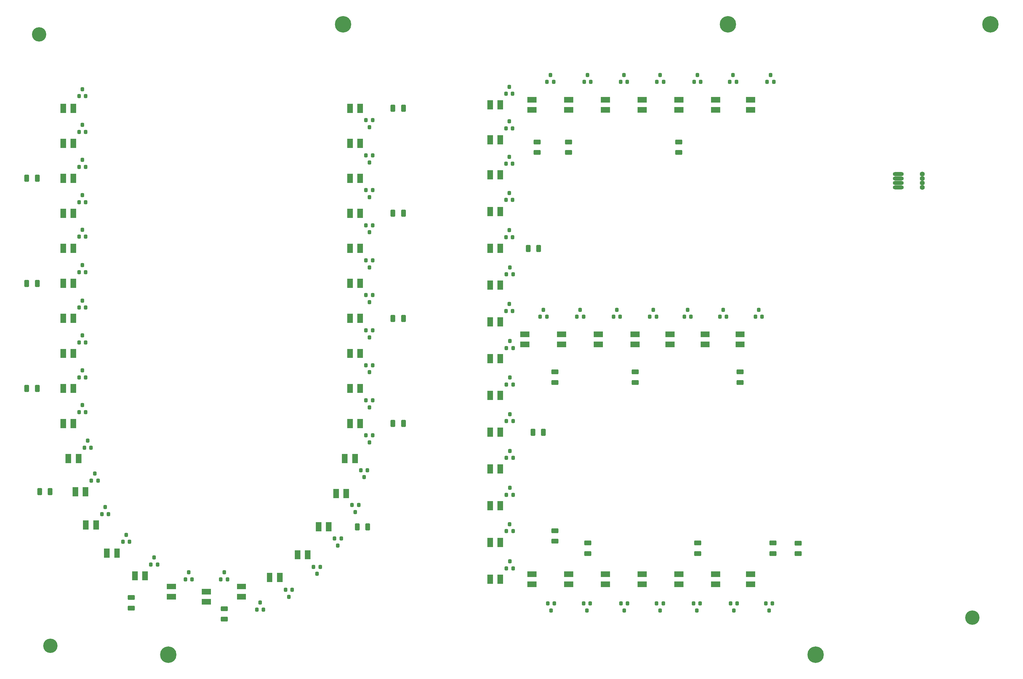
<source format=gts>
%FSTAX44Y44*%
%MOMM*%
%SFA1B1*%

%IPPOS*%
%AMD16*
4,1,8,0.299720,0.551180,-0.299720,0.551180,-0.500380,0.350520,-0.500380,-0.350520,-0.299720,-0.551180,0.299720,-0.551180,0.500380,-0.350520,0.500380,0.350520,0.299720,0.551180,0.0*
1,1,0.403200,0.299720,0.350520*
1,1,0.403200,-0.299720,0.350520*
1,1,0.403200,-0.299720,-0.350520*
1,1,0.403200,0.299720,-0.350520*
%
%AMD18*
4,1,8,-0.459740,-1.000760,0.459740,-1.000760,0.675640,-0.784860,0.675640,0.784860,0.459740,1.000760,-0.459740,1.000760,-0.675640,0.784860,-0.675640,-0.784860,-0.459740,-1.000760,0.0*
1,1,0.430000,-0.459740,-0.784860*
1,1,0.430000,0.459740,-0.784860*
1,1,0.430000,0.459740,0.784860*
1,1,0.430000,-0.459740,0.784860*
%
%AMD19*
4,1,8,-1.000760,0.459740,-1.000760,-0.459740,-0.784860,-0.675640,0.784860,-0.675640,1.000760,-0.459740,1.000760,0.459740,0.784860,0.675640,-0.784860,0.675640,-1.000760,0.459740,0.0*
1,1,0.430000,-0.784860,0.459740*
1,1,0.430000,-0.784860,-0.459740*
1,1,0.430000,0.784860,-0.459740*
1,1,0.430000,0.784860,0.459740*
%
G04~CAMADD=16~8~0.0~0.0~395.0~434.3~79.4~0.0~15~0.0~0.0~0.0~0.0~0~0.0~0.0~0.0~0.0~0~0.0~0.0~0.0~0.0~395.0~434.3*
%ADD16D16*%
%ADD17O,3.153194X1.113198*%
G04~CAMADD=18~8~0.0~0.0~531.5~787.4~84.6~0.0~15~0.0~0.0~0.0~0.0~0~0.0~0.0~0.0~0.0~0~0.0~0.0~0.0~180.0~532.0~788.0*
%ADD18D18*%
G04~CAMADD=19~8~0.0~0.0~531.5~787.4~84.6~0.0~15~0.0~0.0~0.0~0.0~0~0.0~0.0~0.0~0.0~0~0.0~0.0~0.0~90.0~788.0~532.0*
%ADD19D19*%
%ADD20C,4.099992*%
%ADD21C,1.403197*%
%ADD22C,4.703191*%
%LNled_pd_ab_wh_3000149_(4f00228l_7p00501a)-1*%
%LPD*%
G36*
X02122326Y016265D02*
X02096326D01*
Y016425*
X02122326*
Y016265*
G37*
G36*
X02022326D02*
X01996326D01*
Y016425*
X02022326*
Y016265*
G37*
G36*
X01917326D02*
X01891326D01*
Y016425*
X01917326*
Y016265*
G37*
G36*
X01812326D02*
X01786326D01*
Y016425*
X01812326*
Y016265*
G37*
G36*
X01707326D02*
X01681326D01*
Y016425*
X01707326*
Y016265*
G37*
G36*
X01602326D02*
X01576326D01*
Y016425*
X01602326*
Y016265*
G37*
G36*
X01497326D02*
X01471326D01*
Y016425*
X01497326*
Y016265*
G37*
G36*
X01401826Y01607D02*
X01385826D01*
Y01633*
X01401826*
Y01607*
G37*
G36*
X01372826D02*
X01356826D01*
Y01633*
X01372826*
Y01607*
G37*
G36*
X02122326Y015975D02*
X02096326D01*
Y016135*
X02122326*
Y015975*
G37*
G36*
X02022326D02*
X01996326D01*
Y016135*
X02022326*
Y015975*
G37*
G36*
X01917326D02*
X01891326D01*
Y016135*
X01917326*
Y015975*
G37*
G36*
X01812326D02*
X01786326D01*
Y016135*
X01812326*
Y015975*
G37*
G36*
X01707326D02*
X01681326D01*
Y016135*
X01707326*
Y015975*
G37*
G36*
X01602326D02*
X01576326D01*
Y016135*
X01602326*
Y015975*
G37*
G36*
X01497326D02*
X01471326D01*
Y016135*
X01497326*
Y015975*
G37*
G36*
X01001826Y01597001D02*
X00985826D01*
Y01623001*
X01001826*
Y01597001*
G37*
G36*
X00972826D02*
X00956826D01*
Y01623001*
X00972826*
Y01597001*
G37*
G36*
X00181825D02*
X00165825D01*
Y01623001*
X00181825*
Y01597001*
G37*
G36*
X00152825D02*
X00136825D01*
Y01623001*
X00152825*
Y01597001*
G37*
G36*
X01401826Y01507D02*
X01385826D01*
Y01533*
X01401826*
Y01507*
G37*
G36*
X01372826D02*
X01356826D01*
Y01533*
X01372826*
Y01507*
G37*
G36*
X01001826Y01497001D02*
X00985826D01*
Y01523001*
X01001826*
Y01497001*
G37*
G36*
X00972826D02*
X00956826D01*
Y01523001*
X00972826*
Y01497001*
G37*
G36*
X00181825D02*
X00165825D01*
Y01523001*
X00181825*
Y01497001*
G37*
G36*
X00152825D02*
X00136825D01*
Y01523001*
X00152825*
Y01497001*
G37*
G36*
X01401826Y01407D02*
X01385826D01*
Y01433*
X01401826*
Y01407*
G37*
G36*
X01372826D02*
X01356826D01*
Y01433*
X01372826*
Y01407*
G37*
G36*
X01001826Y01397001D02*
X00985826D01*
Y01423001*
X01001826*
Y01397001*
G37*
G36*
X00972826D02*
X00956826D01*
Y01423001*
X00972826*
Y01397001*
G37*
G36*
X00181825D02*
X00165825D01*
Y01423001*
X00181825*
Y01397001*
G37*
G36*
X00152825D02*
X00136825D01*
Y01423001*
X00152825*
Y01397001*
G37*
G36*
X01401826Y01302D02*
X01385826D01*
Y01328*
X01401826*
Y01302*
G37*
G36*
X01372826D02*
X01356826D01*
Y01328*
X01372826*
Y01302*
G37*
G36*
X01001826Y01296999D02*
X00985826D01*
Y01322999*
X01001826*
Y01296999*
G37*
G36*
X00972826D02*
X00956826D01*
Y01322999*
X00972826*
Y01296999*
G37*
G36*
X00181825D02*
X00165825D01*
Y01322999*
X00181825*
Y01296999*
G37*
G36*
X00152825D02*
X00136825D01*
Y01322999*
X00152825*
Y01296999*
G37*
G36*
X01401826Y01197D02*
X01385826D01*
Y01223*
X01401826*
Y01197*
G37*
G36*
X01372826D02*
X01356826D01*
Y01223*
X01372826*
Y01197*
G37*
G36*
X01001826Y01196999D02*
X00985826D01*
Y01222999*
X01001826*
Y01196999*
G37*
G36*
X00972826D02*
X00956826D01*
Y01222999*
X00972826*
Y01196999*
G37*
G36*
X00181825D02*
X00165825D01*
Y01222999*
X00181825*
Y01196999*
G37*
G36*
X00152825D02*
X00136825D01*
Y01222999*
X00152825*
Y01196999*
G37*
G36*
X01001826Y01096999D02*
X00985826D01*
Y01122999*
X01001826*
Y01096999*
G37*
G36*
X00972826D02*
X00956826D01*
Y01122999*
X00972826*
Y01096999*
G37*
G36*
X00181825D02*
X00165825D01*
Y01122999*
X00181825*
Y01096999*
G37*
G36*
X00152825D02*
X00136825D01*
Y01122999*
X00152825*
Y01096999*
G37*
G36*
X01401826Y01092D02*
X01385826D01*
Y01118*
X01401826*
Y01092*
G37*
G36*
X01372826D02*
X01356826D01*
Y01118*
X01372826*
Y01092*
G37*
G36*
X01001826Y00997D02*
X00985826D01*
Y01022999*
X01001826*
Y00997*
G37*
G36*
X00972826D02*
X00956826D01*
Y01022999*
X00972826*
Y00997*
G37*
G36*
X00181825D02*
X00165825D01*
Y01022999*
X00181825*
Y00997*
G37*
G36*
X00152825D02*
X00136825D01*
Y01022999*
X00152825*
Y00997*
G37*
G36*
X01401826Y00987D02*
X01385826D01*
Y01013*
X01401826*
Y00987*
G37*
G36*
X01372826D02*
X01356826D01*
Y01013*
X01372826*
Y00987*
G37*
G36*
X02092326Y009565D02*
X02066326D01*
Y009725*
X02092326*
Y009565*
G37*
G36*
X01992326D02*
X01966326D01*
Y009725*
X01992326*
Y009565*
G37*
G36*
X01892326D02*
X01866326D01*
Y009725*
X01892326*
Y009565*
G37*
G36*
X01792326D02*
X01766326D01*
Y009725*
X01792326*
Y009565*
G37*
G36*
X01687326D02*
X01661326D01*
Y009725*
X01687326*
Y009565*
G37*
G36*
X01582326D02*
X01556326D01*
Y009725*
X01582326*
Y009565*
G37*
G36*
X01477326D02*
X01451326D01*
Y009725*
X01477326*
Y009565*
G37*
G36*
X02092326Y009275D02*
X02066326D01*
Y009435*
X02092326*
Y009275*
G37*
G36*
X01992326D02*
X01966326D01*
Y009435*
X01992326*
Y009275*
G37*
G36*
X01892326D02*
X01866326D01*
Y009435*
X01892326*
Y009275*
G37*
G36*
X01792326D02*
X01766326D01*
Y009435*
X01792326*
Y009275*
G37*
G36*
X01687326D02*
X01661326D01*
Y009435*
X01687326*
Y009275*
G37*
G36*
X01582326D02*
X01556326D01*
Y009435*
X01582326*
Y009275*
G37*
G36*
X01477326D02*
X01451326D01*
Y009435*
X01477326*
Y009275*
G37*
G36*
X01001826Y00897001D02*
X00985826D01*
Y00923*
X01001826*
Y00897001*
G37*
G36*
X00972826D02*
X00956826D01*
Y00923*
X00972826*
Y00897001*
G37*
G36*
X00181825D02*
X00165825D01*
Y00923*
X00181825*
Y00897001*
G37*
G36*
X00152825D02*
X00136825D01*
Y00923*
X00152825*
Y00897001*
G37*
G36*
X01401826Y00882D02*
X01385826D01*
Y00908*
X01401826*
Y00882*
G37*
G36*
X01372826D02*
X01356826D01*
Y00908*
X01372826*
Y00882*
G37*
G36*
X01001826Y00797D02*
X00985826D01*
Y00823*
X01001826*
Y00797*
G37*
G36*
X00972826D02*
X00956826D01*
Y00823*
X00972826*
Y00797*
G37*
G36*
X00181825D02*
X00165825D01*
Y00823*
X00181825*
Y00797*
G37*
G36*
X00152825D02*
X00136825D01*
Y00823*
X00152825*
Y00797*
G37*
G36*
X01401826Y00777D02*
X01385826D01*
Y00803*
X01401826*
Y00777*
G37*
G36*
X01372826D02*
X01356826D01*
Y00803*
X01372826*
Y00777*
G37*
G36*
X01001826Y00697D02*
X00985826D01*
Y00723*
X01001826*
Y00697*
G37*
G36*
X00972826D02*
X00956826D01*
Y00723*
X00972826*
Y00697*
G37*
G36*
X00181825D02*
X00165825D01*
Y00723*
X00181825*
Y00697*
G37*
G36*
X00152825D02*
X00136825D01*
Y00723*
X00152825*
Y00697*
G37*
G36*
X01401826Y00672D02*
X01385826D01*
Y00698*
X01401826*
Y00672*
G37*
G36*
X01372826D02*
X01356826D01*
Y00698*
X01372826*
Y00672*
G37*
G36*
X00986825Y00597D02*
X00970825D01*
Y00623*
X00986825*
Y00597*
G37*
G36*
X00957825D02*
X00941825D01*
Y00623*
X00957825*
Y00597*
G37*
G36*
X00196826D02*
X00180826D01*
Y00623*
X00196826*
Y00597*
G37*
G36*
X00167826D02*
X00151826D01*
Y00623*
X00167826*
Y00597*
G37*
G36*
X01401826Y00567D02*
X01385826D01*
Y00593*
X01401826*
Y00567*
G37*
G36*
X01372826D02*
X01356826D01*
Y00593*
X01372826*
Y00567*
G37*
G36*
X00216826Y00501999D02*
X00200826D01*
Y00527999*
X00216826*
Y00501999*
G37*
G36*
X00187826D02*
X00171826D01*
Y00527999*
X00187826*
Y00501999*
G37*
G36*
X00961826Y00497D02*
X00945826D01*
Y00523001*
X00961826*
Y00497*
G37*
G36*
X00932826D02*
X00916826D01*
Y00523001*
X00932826*
Y00497*
G37*
G36*
X01401826Y00462D02*
X01385826D01*
Y00488*
X01401826*
Y00462*
G37*
G36*
X01372826D02*
X01356826D01*
Y00488*
X01372826*
Y00462*
G37*
G36*
X00246826Y00407001D02*
X00230826D01*
Y00433001*
X00246826*
Y00407001*
G37*
G36*
X00217826D02*
X00201826D01*
Y00433001*
X00217826*
Y00407001*
G37*
G36*
X00911826Y00401999D02*
X00895826D01*
Y00427999*
X00911826*
Y00401999*
G37*
G36*
X00882826D02*
X00866826D01*
Y00427999*
X00882826*
Y00401999*
G37*
G36*
X01401826Y00357D02*
X01385826D01*
Y00383*
X01401826*
Y00357*
G37*
G36*
X01372826D02*
X01356826D01*
Y00383*
X01372826*
Y00357*
G37*
G36*
X00306826Y00327001D02*
X00290826D01*
Y00353001*
X00306826*
Y00327001*
G37*
G36*
X00277826D02*
X00261826D01*
Y00353001*
X00277826*
Y00327001*
G37*
G36*
X00851826Y00322D02*
X00835826D01*
Y00348*
X00851826*
Y00322*
G37*
G36*
X00822826D02*
X00806826D01*
Y00348*
X00822826*
Y00322*
G37*
G36*
X02122326Y002715D02*
X02096326D01*
Y002875*
X02122326*
Y002715*
G37*
G36*
X02022326D02*
X01996326D01*
Y002875*
X02022326*
Y002715*
G37*
G36*
X01917326D02*
X01891326D01*
Y002875*
X01917326*
Y002715*
G37*
G36*
X01812326D02*
X01786326D01*
Y002875*
X01812326*
Y002715*
G37*
G36*
X01707326D02*
X01681326D01*
Y002875*
X01707326*
Y002715*
G37*
G36*
X01602326D02*
X01576326D01*
Y002875*
X01602326*
Y002715*
G37*
G36*
X01497326D02*
X01471326D01*
Y002875*
X01497326*
Y002715*
G37*
G36*
X00386826Y00262001D02*
X00370826D01*
Y00288*
X00386826*
Y00262001*
G37*
G36*
X00357826D02*
X00341826D01*
Y00288*
X00357826*
Y00262001*
G37*
G36*
X00771826Y00257001D02*
X00755826D01*
Y00283001*
X00771826*
Y00257001*
G37*
G36*
X00742826D02*
X00726826D01*
Y00283001*
X00742826*
Y00257001*
G37*
G36*
X01401826Y00252D02*
X01385826D01*
Y00278*
X01401826*
Y00252*
G37*
G36*
X01372826D02*
X01356826D01*
Y00278*
X01372826*
Y00252*
G37*
G36*
X02122326Y002425D02*
X02096326D01*
Y002585*
X02122326*
Y002425*
G37*
G36*
X02022326D02*
X01996326D01*
Y002585*
X02022326*
Y002425*
G37*
G36*
X01917326D02*
X01891326D01*
Y002585*
X01917326*
Y002425*
G37*
G36*
X01812326D02*
X01786326D01*
Y002585*
X01812326*
Y002425*
G37*
G36*
X01707326D02*
X01681326D01*
Y002585*
X01707326*
Y002425*
G37*
G36*
X01602326D02*
X01576326D01*
Y002585*
X01602326*
Y002425*
G37*
G36*
X01497326D02*
X01471326D01*
Y002585*
X01497326*
Y002425*
G37*
G36*
X00667325Y00236501D02*
X00641325D01*
Y00252501*
X00667325*
Y00236501*
G37*
G36*
X00467326D02*
X00441326D01*
Y00252501*
X00467326*
Y00236501*
G37*
G36*
X00567325Y002215D02*
X00541325D01*
Y002375*
X00567325*
Y002215*
G37*
G36*
X00667325Y00207501D02*
X00641325D01*
Y00223501*
X00667325*
Y00207501*
G37*
G36*
X00467326D02*
X00441326D01*
Y00223501*
X00467326*
Y00207501*
G37*
G36*
X00567325Y001925D02*
X00541325D01*
Y002085*
X00567325*
Y001925*
G37*
G54D16*
X00604935Y00285D03*
X00614435Y00265D03*
X00595435D03*
X01421085Y0094541D03*
X01430585Y0092541D03*
X01411585D03*
X01019876Y01356505D03*
X01010376Y01376505D03*
X01029376D03*
X01019876Y01056681D03*
X01010376Y01076681D03*
X01029376D03*
X01019876Y00755936D03*
X01010376Y00775936D03*
X01029376D03*
X00979876Y00457363D03*
X00970376Y00477363D03*
X00989376D03*
X00789876Y00214802D03*
X00780376Y00234802D03*
X00799376D03*
X00503698Y00285D03*
X00513198Y00265D03*
X00494198D03*
X00264876Y00471114D03*
X00274376Y00451114D03*
X00255376D03*
X00199875Y00762242D03*
X00209375Y00742242D03*
X00190375D03*
X00199875Y01060973D03*
X00209375Y01040973D03*
X00190375D03*
X00199875Y013617D03*
X00209375Y013417D03*
X00190375D03*
X00199875Y01664608D03*
X00209375Y01644608D03*
X00190375D03*
X01019876Y01455404D03*
X01010376Y01475404D03*
X01029376D03*
X01019876Y01155834D03*
X01010376Y01175834D03*
X01029376D03*
X01019876Y00856461D03*
X01010376Y00876461D03*
X01029376D03*
X01004875Y00556462D03*
X00995375Y00576462D03*
X01014375D03*
X00869876Y0028048D03*
X00860376Y0030048D03*
X00879376D03*
X00324998Y00391999D03*
X00334498Y00371999D03*
X00315498D03*
X00214876Y00660718D03*
X00224376Y00640718D03*
X00205376D03*
X00199875Y00961554D03*
X00209375Y00941554D03*
X00190375D03*
X00199875Y01263273D03*
X00209375Y01243273D03*
X00190375D03*
X00199875Y01562674D03*
X00209375Y01542674D03*
X00190375D03*
X01019876Y01556236D03*
X01010376Y01576236D03*
X01029376D03*
X01019876Y01255987D03*
X01010376Y01275987D03*
X01029376D03*
X01019876Y00955751D03*
X01010376Y00975751D03*
X01029376D03*
X01019876Y00656021D03*
X01010376Y00676021D03*
X01029376D03*
X00929876Y00361443D03*
X00920376Y00381443D03*
X00939376D03*
X00707517Y00198751D03*
X00717017Y00178751D03*
X00698017D03*
X00404876Y00327143D03*
X00414376Y00307143D03*
X00395376D03*
X00234876Y00566672D03*
X00244376Y00546672D03*
X00225376D03*
X00199875Y00861748D03*
X00209375Y00841748D03*
X00190375D03*
X00199875Y01162272D03*
X00209375Y01142272D03*
X00190375D03*
X00199875Y01462622D03*
X00209375Y01442622D03*
X00190375D03*
X020615Y00175999D03*
X02052Y00195999D03*
X02071D03*
X017485Y00175999D03*
X01739Y00195999D03*
X01758D03*
X01421085Y0031625D03*
X01430585Y0029625D03*
X01411585D03*
X01421085Y00631553D03*
X01430585Y00611553D03*
X01411585D03*
X01929618Y01034749D03*
X01939118Y01014749D03*
X01920118D03*
X01622437Y01034749D03*
X01631937Y01014749D03*
X01612937D03*
X01421085Y01155839D03*
X01430585Y01135839D03*
X01411585D03*
X01419876Y01471428D03*
X01429376Y01451428D03*
X01410376D03*
X01537208Y01705264D03*
X01546708Y01685264D03*
X01527708D03*
X0185101Y01705264D03*
X0186051Y01685264D03*
X0184151D03*
X0216627Y01705264D03*
X0217577Y01685264D03*
X0215677D03*
X02162294Y00175999D03*
X02152794Y00195999D03*
X02171794D03*
X01850499Y00175999D03*
X01840999Y00195999D03*
X01859999D03*
X01539327Y00175926D03*
X01529827Y00195926D03*
X01548827D03*
X01421085Y00526178D03*
X01430585Y00506178D03*
X01411585D03*
X01421085Y00841163D03*
X01430585Y00821163D03*
X01411585D03*
X02031134Y01034749D03*
X02040634Y01014749D03*
X02021634D03*
X01726998Y01034749D03*
X01736498Y01014749D03*
X01717498D03*
X01419876Y01051234D03*
X01429376Y01031234D03*
X01410376D03*
X01419876Y01368153D03*
X01429376Y01348153D03*
X01410376D03*
X01419876Y0167125D03*
X01429376Y0165125D03*
X01410376D03*
X01747539Y01705264D03*
X01757039Y01685264D03*
X01738039D03*
X02059257Y01705264D03*
X02068757Y01685264D03*
X02049757D03*
X0195575Y00175999D03*
X0194625Y00195999D03*
X0196525D03*
X0164175Y00175999D03*
X0163225Y00195999D03*
X0165125D03*
X01420998Y00422499D03*
X01430498Y00402499D03*
X01411498D03*
X01421085Y00736507D03*
X01430585Y00716507D03*
X01411585D03*
X02132726Y01034749D03*
X02142226Y01014749D03*
X02123226D03*
X01830998Y01034749D03*
X01840498Y01014749D03*
X01821498D03*
X01517498Y01034749D03*
X01526998Y01014749D03*
X01507998D03*
X01419876Y01262041D03*
X01429376Y01242041D03*
X01410376D03*
X01419876Y01572586D03*
X01429376Y01552586D03*
X01410376D03*
X01643152Y01705264D03*
X01652652Y01685264D03*
X01633652D03*
X01957324Y01705264D03*
X01966824Y01685264D03*
X01947824D03*
G54D17*
X02531699Y01397099D03*
Y01384399D03*
Y01409799D03*
Y01422499D03*
G54D18*
X01087409Y01610001D03*
X01117409D03*
X01087409Y01309999D03*
X01117409D03*
X01087409Y0101D03*
X01117409D03*
X0108741Y0071D03*
X0111741D03*
X00985447Y00414999D03*
X01015447D03*
X00107857Y00514999D03*
X00077857D03*
X00070739Y0081D03*
X00040739D03*
X00070739Y01109999D03*
X00040739D03*
X00070742Y01410001D03*
X00040742D03*
X01487249Y00684999D03*
X01517249D03*
X01473867Y0121D03*
X01503867D03*
G54D19*
X00604936Y00181002D03*
Y00151003D03*
X00339327Y00212799D03*
Y00182799D03*
X02245328Y00338429D03*
Y00368429D03*
X02173527Y00338499D03*
Y00368499D03*
X01957999Y00338499D03*
Y00368499D03*
X01643999Y00338499D03*
Y00368499D03*
X01550499Y00373999D03*
Y00403999D03*
X02079326Y00857229D03*
Y00827229D03*
X01779326Y00857231D03*
Y00827231D03*
X01550499Y00857229D03*
Y00827229D03*
X01499569Y01513579D03*
Y01483579D03*
X01589326Y01513579D03*
Y01483579D03*
X01904326Y01513582D03*
Y01483582D03*
G54D20*
X00075749Y01820999D03*
X02743499Y00155749D03*
X00108249Y00074749D03*
G54D21*
X02599999Y01409799D03*
Y01397099D03*
Y01384399D03*
Y01422499D03*
G54D22*
X00444999Y00049999D03*
X02294999D03*
X02795Y0185D03*
X02044999D03*
X00945D03*
M02*
</source>
